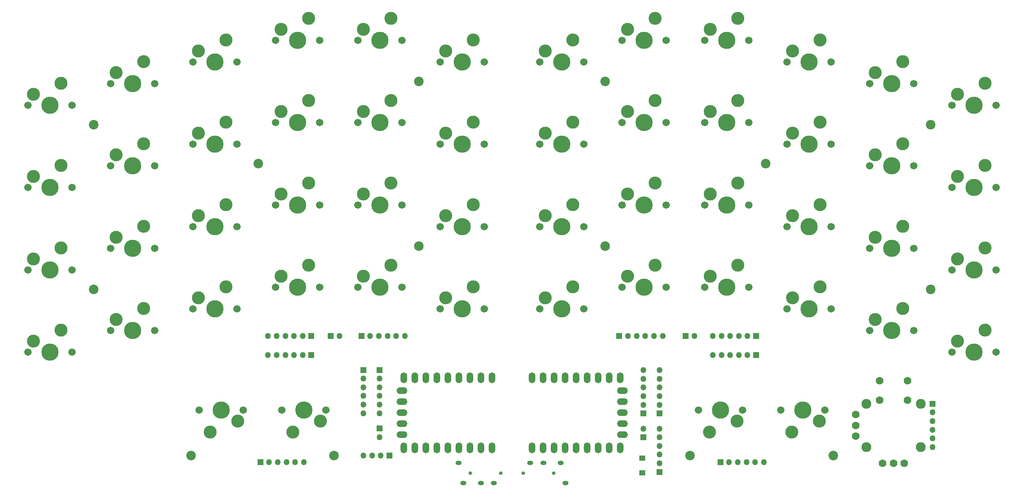
<source format=gbr>
%TF.GenerationSoftware,KiCad,Pcbnew,7.0.8*%
%TF.CreationDate,2024-04-16T05:21:19+09:00*%
%TF.ProjectId,pcb,7063622e-6b69-4636-9164-5f7063625858,rev?*%
%TF.SameCoordinates,Original*%
%TF.FileFunction,Soldermask,Top*%
%TF.FilePolarity,Negative*%
%FSLAX46Y46*%
G04 Gerber Fmt 4.6, Leading zero omitted, Abs format (unit mm)*
G04 Created by KiCad (PCBNEW 7.0.8) date 2024-04-16 05:21:19*
%MOMM*%
%LPD*%
G01*
G04 APERTURE LIST*
%ADD10C,1.701800*%
%ADD11C,3.000000*%
%ADD12C,3.987800*%
%ADD13C,2.200000*%
%ADD14R,1.350000X1.350000*%
%ADD15O,1.350000X1.350000*%
%ADD16R,1.400000X1.200000*%
%ADD17C,0.800000*%
%ADD18O,1.400000X1.000000*%
%ADD19C,1.778000*%
%ADD20C,2.286000*%
%ADD21O,1.500000X2.500000*%
%ADD22O,2.500000X1.500000*%
G04 APERTURE END LIST*
D10*
%TO.C,SW31_R1*%
X105470000Y-82109851D03*
D11*
X106740000Y-79569851D03*
D12*
X110550000Y-82109851D03*
D11*
X113090000Y-77029851D03*
D10*
X115630000Y-82109851D03*
%TD*%
D13*
%TO.C,H11*%
X157550000Y-67609851D03*
%TD*%
D10*
%TO.C,SW42_L1*%
X204370000Y-96109851D03*
D11*
X205640000Y-93569851D03*
D12*
X209450000Y-96109851D03*
D11*
X211990000Y-91029851D03*
D10*
X214530000Y-96109851D03*
%TD*%
%TO.C,SW52_L1*%
X185370000Y-101109851D03*
D11*
X186640000Y-98569851D03*
D12*
X190450000Y-101109851D03*
D11*
X192990000Y-96029851D03*
D10*
X195530000Y-101109851D03*
%TD*%
%TO.C,SW12_R1*%
X143470000Y-96109851D03*
D11*
X144740000Y-93569851D03*
D12*
X148550000Y-96109851D03*
D11*
X151090000Y-91029851D03*
D10*
X153630000Y-96109851D03*
%TD*%
%TO.C,SW11_R1*%
X143470000Y-77109851D03*
D11*
X144740000Y-74569851D03*
D12*
X148550000Y-77109851D03*
D11*
X151090000Y-72029851D03*
D10*
X153630000Y-77109851D03*
%TD*%
D13*
%TO.C,H6*%
X220000000Y-154000000D03*
%TD*%
D10*
%TO.C,SW50_R1*%
X67470000Y-73109851D03*
D11*
X68740000Y-70569851D03*
D12*
X72550000Y-73109851D03*
D11*
X75090000Y-68029851D03*
D10*
X77630000Y-73109851D03*
%TD*%
%TO.C,SW10_R1*%
X143470000Y-58109851D03*
D11*
X144740000Y-55569851D03*
D12*
X148550000Y-58109851D03*
D11*
X151090000Y-53029851D03*
D10*
X153630000Y-58109851D03*
%TD*%
%TO.C,SW14_R1*%
X136080000Y-143500000D03*
D11*
X134810000Y-146040000D03*
D12*
X131000000Y-143500000D03*
D11*
X128460000Y-148580000D03*
D10*
X125920000Y-143500000D03*
%TD*%
%TO.C,SW40_R1*%
X86470000Y-68109851D03*
D11*
X87740000Y-65569851D03*
D12*
X91550000Y-68109851D03*
D11*
X94090000Y-63029851D03*
D10*
X96630000Y-68109851D03*
%TD*%
%TO.C,SW32_R1*%
X105470000Y-101109851D03*
D11*
X106740000Y-98569851D03*
D12*
X110550000Y-101109851D03*
D11*
X113090000Y-96029851D03*
D10*
X115630000Y-101109851D03*
%TD*%
D13*
%TO.C,H10*%
X120550000Y-86609851D03*
%TD*%
D10*
%TO.C,SW12_L1*%
X261370000Y-106109851D03*
D11*
X262640000Y-103569851D03*
D12*
X266450000Y-106109851D03*
D11*
X268990000Y-101029851D03*
D10*
X271530000Y-106109851D03*
%TD*%
%TO.C,SW53_R1*%
X67470000Y-130109851D03*
D11*
X68740000Y-127569851D03*
D12*
X72550000Y-130109851D03*
D11*
X75090000Y-125029851D03*
D10*
X77630000Y-130109851D03*
%TD*%
%TO.C,SW42_R1*%
X86470000Y-106109851D03*
D11*
X87740000Y-103569851D03*
D12*
X91550000Y-106109851D03*
D11*
X94090000Y-101029851D03*
D10*
X96630000Y-106109851D03*
%TD*%
%TO.C,SW33_R1*%
X105470000Y-120109851D03*
D11*
X106740000Y-117569851D03*
D12*
X110550000Y-120109851D03*
D11*
X113090000Y-115029851D03*
D10*
X115630000Y-120109851D03*
%TD*%
D13*
%TO.C,H1*%
X200450000Y-67609851D03*
%TD*%
D14*
%TO.C,Col_L1*%
X209250000Y-144250000D03*
D15*
X209250000Y-142250000D03*
X209250000Y-140250000D03*
X209250000Y-138250000D03*
X209250000Y-136250000D03*
X209250000Y-134250000D03*
%TD*%
D16*
%TO.C,D_Sel1*%
X209000000Y-154550000D03*
X209000000Y-157950000D03*
%TD*%
D10*
%TO.C,SW10_L1*%
X261370000Y-68109851D03*
D11*
X262640000Y-65569851D03*
D12*
X266450000Y-68109851D03*
D11*
X268990000Y-63029851D03*
D10*
X271530000Y-68109851D03*
%TD*%
%TO.C,SW22_R1*%
X124470000Y-96109851D03*
D11*
X125740000Y-93569851D03*
D12*
X129550000Y-96109851D03*
D11*
X132090000Y-91029851D03*
D10*
X134630000Y-96109851D03*
%TD*%
D17*
%TO.C,TRRS1*%
X176400000Y-158000000D03*
X169400000Y-158000000D03*
D18*
X167800000Y-160300000D03*
X171800000Y-160300000D03*
X174800000Y-160300000D03*
X166700000Y-155700000D03*
%TD*%
D14*
%TO.C,MatrixC_R1*%
X132750000Y-130800000D03*
D15*
X130750000Y-130800000D03*
X128750000Y-130800000D03*
X126750000Y-130800000D03*
X124750000Y-130800000D03*
X122750000Y-130800000D03*
%TD*%
D14*
%TO.C,Joystick1*%
X213000000Y-157750000D03*
D15*
X213000000Y-155750000D03*
X213000000Y-153750000D03*
X213000000Y-151750000D03*
X213000000Y-149750000D03*
X213000000Y-147750000D03*
%TD*%
D10*
%TO.C,SW53_L1*%
X185370000Y-120109851D03*
D11*
X186640000Y-117569851D03*
D12*
X190450000Y-120109851D03*
D11*
X192990000Y-115029851D03*
D10*
X195530000Y-120109851D03*
%TD*%
D17*
%TO.C,TRRS2*%
X181600000Y-158000000D03*
X188600000Y-158000000D03*
D18*
X190200000Y-155700000D03*
X186200000Y-155700000D03*
X183200000Y-155700000D03*
X191300000Y-160300000D03*
%TD*%
D14*
%TO.C,Main_to_Sub1*%
X144300000Y-126359851D03*
D15*
X146300000Y-126359851D03*
X148300000Y-126359851D03*
X150300000Y-126359851D03*
X152300000Y-126359851D03*
X154300000Y-126359851D03*
%TD*%
D14*
%TO.C,Main_to_Sub_L1*%
X203700000Y-126359851D03*
D15*
X205700000Y-126359851D03*
X207700000Y-126359851D03*
X209700000Y-126359851D03*
X211700000Y-126359851D03*
X213700000Y-126359851D03*
%TD*%
D10*
%TO.C,SW21_R1*%
X124470000Y-77109851D03*
D11*
X125740000Y-74569851D03*
D12*
X129550000Y-77109851D03*
D11*
X132090000Y-72029851D03*
D10*
X134630000Y-77109851D03*
%TD*%
D19*
%TO.C,Joystick3*%
X263653246Y-136701873D03*
X270153246Y-136701873D03*
X263653246Y-141201873D03*
X270153246Y-141201873D03*
X264403246Y-155701873D03*
X266903246Y-155701873D03*
X269403246Y-155701873D03*
D20*
X260603246Y-142001873D03*
X260603246Y-152001873D03*
X273203246Y-152001873D03*
X273203246Y-142001873D03*
D19*
X258203246Y-144501873D03*
X258203246Y-147049212D03*
X258203246Y-149501873D03*
%TD*%
D10*
%TO.C,SW41_R1*%
X86470000Y-87109851D03*
D11*
X87740000Y-84569851D03*
D12*
X91550000Y-87109851D03*
D11*
X94090000Y-82029851D03*
D10*
X96630000Y-87109851D03*
%TD*%
D14*
%TO.C,MatrixR_R1*%
X235250000Y-126400000D03*
D15*
X233250000Y-126400000D03*
X231250000Y-126400000D03*
X229250000Y-126400000D03*
X227250000Y-126400000D03*
X225250000Y-126400000D03*
%TD*%
D10*
%TO.C,SW23_L1*%
X242370000Y-120109851D03*
D11*
X243640000Y-117569851D03*
D12*
X247450000Y-120109851D03*
D11*
X249990000Y-115029851D03*
D10*
X252530000Y-120109851D03*
%TD*%
D14*
%TO.C,Row_R1*%
X144750000Y-134200000D03*
D15*
X144750000Y-136200000D03*
X144750000Y-138200000D03*
X144750000Y-140200000D03*
X144750000Y-142200000D03*
X144750000Y-144200000D03*
%TD*%
D14*
%TO.C,Power_Mtrx_L1*%
X219000000Y-126359851D03*
D15*
X221000000Y-126359851D03*
%TD*%
D13*
%TO.C,H8*%
X82550000Y-77609851D03*
%TD*%
%TO.C,H9*%
X82550000Y-115609851D03*
%TD*%
D10*
%TO.C,SW43_R1*%
X86470000Y-125109851D03*
D11*
X87740000Y-122569851D03*
D12*
X91550000Y-125109851D03*
D11*
X94090000Y-120029851D03*
D10*
X96630000Y-125109851D03*
%TD*%
D14*
%TO.C,MatrixC_L1*%
X235250000Y-130800000D03*
D15*
X233250000Y-130800000D03*
X231250000Y-130800000D03*
X229250000Y-130800000D03*
X227250000Y-130800000D03*
X225250000Y-130800000D03*
%TD*%
D13*
%TO.C,H14*%
X138000000Y-154000000D03*
%TD*%
D10*
%TO.C,SW03_L1*%
X280370000Y-130109851D03*
D11*
X281640000Y-127569851D03*
D12*
X285450000Y-130109851D03*
D11*
X287990000Y-125029851D03*
D10*
X290530000Y-130109851D03*
%TD*%
%TO.C,SW54_L1*%
X251080000Y-143500000D03*
D11*
X249810000Y-146040000D03*
D12*
X246000000Y-143500000D03*
D11*
X243460000Y-148580000D03*
D10*
X240920000Y-143500000D03*
%TD*%
D13*
%TO.C,H4*%
X275450000Y-77609851D03*
%TD*%
D10*
%TO.C,SW00_L1*%
X280370000Y-73109851D03*
D11*
X281640000Y-70569851D03*
D12*
X285450000Y-73109851D03*
D11*
X287990000Y-68029851D03*
D10*
X290530000Y-73109851D03*
%TD*%
D13*
%TO.C,H7*%
X253000000Y-154000000D03*
%TD*%
D10*
%TO.C,SW03_R1*%
X162470000Y-120109851D03*
D11*
X163740000Y-117569851D03*
D12*
X167550000Y-120109851D03*
D11*
X170090000Y-115029851D03*
D10*
X172630000Y-120109851D03*
%TD*%
%TO.C,SW32_L1*%
X223370000Y-96109851D03*
D11*
X224640000Y-93569851D03*
D12*
X228450000Y-96109851D03*
D11*
X230990000Y-91029851D03*
D10*
X233530000Y-96109851D03*
%TD*%
%TO.C,SW22_L1*%
X242370000Y-101109851D03*
D11*
X243640000Y-98569851D03*
D12*
X247450000Y-101109851D03*
D11*
X249990000Y-96029851D03*
D10*
X252530000Y-101109851D03*
%TD*%
%TO.C,SW00_R1*%
X162470000Y-63109851D03*
D11*
X163740000Y-60569851D03*
D12*
X167550000Y-63109851D03*
D11*
X170090000Y-58029851D03*
D10*
X172630000Y-63109851D03*
%TD*%
%TO.C,SW02_R1*%
X162470000Y-101109851D03*
D11*
X163740000Y-98569851D03*
D12*
X167550000Y-101109851D03*
D11*
X170090000Y-96029851D03*
D10*
X172630000Y-101109851D03*
%TD*%
D14*
%TO.C,Power_Ctrlr_L1*%
X209250000Y-149750000D03*
D15*
X209250000Y-147750000D03*
%TD*%
D14*
%TO.C,Sub_to_Main_L1*%
X227000000Y-155500000D03*
D15*
X229000000Y-155500000D03*
X231000000Y-155500000D03*
X233000000Y-155500000D03*
X235000000Y-155500000D03*
X237000000Y-155500000D03*
%TD*%
D13*
%TO.C,H3*%
X237450000Y-86609851D03*
%TD*%
D10*
%TO.C,SW30_R1*%
X105470000Y-63109851D03*
D11*
X106740000Y-60569851D03*
D12*
X110550000Y-63109851D03*
D11*
X113090000Y-58029851D03*
D10*
X115630000Y-63109851D03*
%TD*%
%TO.C,SW51_R1*%
X67470000Y-92109851D03*
D11*
X68740000Y-89569851D03*
D12*
X72550000Y-92109851D03*
D11*
X75090000Y-87029851D03*
D10*
X77630000Y-92109851D03*
%TD*%
D21*
%TO.C,MCU2*%
X183590000Y-135976000D03*
X186130000Y-135976000D03*
X188670000Y-135976000D03*
X191210000Y-135976000D03*
X193750000Y-135976000D03*
X196290000Y-135976000D03*
X198830000Y-135976000D03*
X201370000Y-135976000D03*
X203910000Y-135976000D03*
D22*
X204410000Y-139016000D03*
X204410000Y-141556000D03*
X204410000Y-144096000D03*
X204410000Y-146636000D03*
X204410000Y-149176000D03*
D21*
X203910000Y-152216000D03*
X201370000Y-152216000D03*
X198830000Y-152216000D03*
X196290000Y-152216000D03*
X193750000Y-152216000D03*
X191210000Y-152216000D03*
X188670000Y-152216000D03*
X186130000Y-152216000D03*
X183590000Y-152216000D03*
%TD*%
%TO.C,MCU1*%
X174410000Y-152216000D03*
X171870000Y-152216000D03*
X169330000Y-152216000D03*
X166790000Y-152216000D03*
X164250000Y-152216000D03*
X161710000Y-152216000D03*
X159170000Y-152216000D03*
X156630000Y-152216000D03*
X154090000Y-152216000D03*
D22*
X153590000Y-149176000D03*
X153590000Y-146636000D03*
X153590000Y-144096000D03*
X153590000Y-141556000D03*
X153590000Y-139016000D03*
D21*
X154090000Y-135976000D03*
X156630000Y-135976000D03*
X159170000Y-135976000D03*
X161710000Y-135976000D03*
X164250000Y-135976000D03*
X166790000Y-135976000D03*
X169330000Y-135976000D03*
X171870000Y-135976000D03*
X174410000Y-135976000D03*
%TD*%
D14*
%TO.C,MatrixR_R2*%
X132750000Y-126400000D03*
D15*
X130750000Y-126400000D03*
X128750000Y-126400000D03*
X126750000Y-126400000D03*
X124750000Y-126400000D03*
X122750000Y-126400000D03*
%TD*%
D13*
%TO.C,H13*%
X105000000Y-154000000D03*
%TD*%
D14*
%TO.C,Power_Ctrlr_R1*%
X148500000Y-147700000D03*
D15*
X148500000Y-149700000D03*
%TD*%
D10*
%TO.C,SW30_L1*%
X223370000Y-58109851D03*
D11*
X224640000Y-55569851D03*
D12*
X228450000Y-58109851D03*
D11*
X230990000Y-53029851D03*
D10*
X233530000Y-58109851D03*
%TD*%
D14*
%TO.C,Joystick2*%
X275903246Y-142001873D03*
D15*
X275903246Y-144001873D03*
X275903246Y-146001873D03*
X275903246Y-148001873D03*
X275903246Y-150001873D03*
X275903246Y-152001873D03*
%TD*%
D10*
%TO.C,SW21_L1*%
X242370000Y-82109851D03*
D11*
X243640000Y-79569851D03*
D12*
X247450000Y-82109851D03*
D11*
X249990000Y-77029851D03*
D10*
X252530000Y-82109851D03*
%TD*%
D14*
%TO.C,Sub_to_Main1*%
X121000000Y-155500000D03*
D15*
X123000000Y-155500000D03*
X125000000Y-155500000D03*
X127000000Y-155500000D03*
X129000000Y-155500000D03*
X131000000Y-155500000D03*
%TD*%
D14*
%TO.C,Power_Mtrx_R1*%
X137200000Y-126400000D03*
D15*
X139200000Y-126400000D03*
%TD*%
D10*
%TO.C,SW51_L1*%
X185370000Y-82109851D03*
D11*
X186640000Y-79569851D03*
D12*
X190450000Y-82109851D03*
D11*
X192990000Y-77029851D03*
D10*
X195530000Y-82109851D03*
%TD*%
%TO.C,SW31_L1*%
X223370000Y-77109851D03*
D11*
X224640000Y-74569851D03*
D12*
X228450000Y-77109851D03*
D11*
X230990000Y-72029851D03*
D10*
X233530000Y-77109851D03*
%TD*%
D13*
%TO.C,H12*%
X157550000Y-105609852D03*
%TD*%
D10*
%TO.C,SW52_R1*%
X67470000Y-111109851D03*
D11*
X68740000Y-108569851D03*
D12*
X72550000Y-111109851D03*
D11*
X75090000Y-106029851D03*
D10*
X77630000Y-111109851D03*
%TD*%
%TO.C,SW40_L1*%
X204370000Y-58109851D03*
D11*
X205640000Y-55569851D03*
D12*
X209450000Y-58109851D03*
D11*
X211990000Y-53029851D03*
D10*
X214530000Y-58109851D03*
%TD*%
%TO.C,SW23_R1*%
X124470000Y-115109851D03*
D11*
X125740000Y-112569851D03*
D12*
X129550000Y-115109851D03*
D11*
X132090000Y-110029851D03*
D10*
X134630000Y-115109851D03*
%TD*%
%TO.C,SW13_L1*%
X261370000Y-125109851D03*
D11*
X262640000Y-122569851D03*
D12*
X266450000Y-125109851D03*
D11*
X268990000Y-120029851D03*
D10*
X271530000Y-125109851D03*
%TD*%
%TO.C,SW33_L1*%
X223370000Y-115109851D03*
D11*
X224640000Y-112569851D03*
D12*
X228450000Y-115109851D03*
D11*
X230990000Y-110029851D03*
D10*
X233530000Y-115109851D03*
%TD*%
%TO.C,SW01_L1*%
X280370000Y-92109851D03*
D11*
X281640000Y-89569851D03*
D12*
X285450000Y-92109851D03*
D11*
X287990000Y-87029851D03*
D10*
X290530000Y-92109851D03*
%TD*%
D14*
%TO.C,Row_L1*%
X213000000Y-144250000D03*
D15*
X213000000Y-142250000D03*
X213000000Y-140250000D03*
X213000000Y-138250000D03*
X213000000Y-136250000D03*
X213000000Y-134250000D03*
%TD*%
D10*
%TO.C,SW43_L1*%
X204370000Y-115109851D03*
D11*
X205640000Y-112569851D03*
D12*
X209450000Y-115109851D03*
D11*
X211990000Y-110029851D03*
D10*
X214530000Y-115109851D03*
%TD*%
%TO.C,SW01_R1*%
X162470000Y-82109851D03*
D11*
X163740000Y-79569851D03*
D12*
X167550000Y-82109851D03*
D11*
X170090000Y-77029851D03*
D10*
X172630000Y-82109851D03*
%TD*%
%TO.C,SW02_L1*%
X280370000Y-111109851D03*
D11*
X281640000Y-108569851D03*
D12*
X285450000Y-111109851D03*
D11*
X287990000Y-106029851D03*
D10*
X290530000Y-111109851D03*
%TD*%
%TO.C,SW20_R1*%
X124470000Y-58109851D03*
D11*
X125740000Y-55569851D03*
D12*
X129550000Y-58109851D03*
D11*
X132090000Y-53029851D03*
D10*
X134630000Y-58109851D03*
%TD*%
D13*
%TO.C,H2*%
X200450000Y-105609852D03*
%TD*%
D14*
%TO.C,CoL_R1*%
X148500000Y-134200000D03*
D15*
X148500000Y-136200000D03*
X148500000Y-138200000D03*
X148500000Y-140200000D03*
X148500000Y-142200000D03*
X148500000Y-144200000D03*
%TD*%
D14*
%TO.C,I2C_pinout1*%
X150750000Y-154000000D03*
D15*
X148750000Y-154000000D03*
X146750000Y-154000000D03*
X144750000Y-154000000D03*
%TD*%
D10*
%TO.C,SW44_L1*%
X232080000Y-143500000D03*
D11*
X230810000Y-146040000D03*
D12*
X227000000Y-143500000D03*
D11*
X224460000Y-148580000D03*
D10*
X221920000Y-143500000D03*
%TD*%
%TO.C,SW20_L1*%
X242370000Y-63109851D03*
D11*
X243640000Y-60569851D03*
D12*
X247450000Y-63109851D03*
D11*
X249990000Y-58029851D03*
D10*
X252530000Y-63109851D03*
%TD*%
%TO.C,SW11_L1*%
X261370000Y-87109851D03*
D11*
X262640000Y-84569851D03*
D12*
X266450000Y-87109851D03*
D11*
X268990000Y-82029851D03*
D10*
X271530000Y-87109851D03*
%TD*%
D13*
%TO.C,H5*%
X275450000Y-115609851D03*
%TD*%
D10*
%TO.C,SW50_L1*%
X185370000Y-63109851D03*
D11*
X186640000Y-60569851D03*
D12*
X190450000Y-63109851D03*
D11*
X192990000Y-58029851D03*
D10*
X195530000Y-63109851D03*
%TD*%
%TO.C,SW04_R1*%
X117080000Y-143500000D03*
D11*
X115810000Y-146040000D03*
D12*
X112000000Y-143500000D03*
D11*
X109460000Y-148580000D03*
D10*
X106920000Y-143500000D03*
%TD*%
%TO.C,SW13_R1*%
X143470000Y-115109851D03*
D11*
X144740000Y-112569851D03*
D12*
X148550000Y-115109851D03*
D11*
X151090000Y-110029851D03*
D10*
X153630000Y-115109851D03*
%TD*%
%TO.C,SW41_L1*%
X204370000Y-77109851D03*
D11*
X205640000Y-74569851D03*
D12*
X209450000Y-77109851D03*
D11*
X211990000Y-72029851D03*
D10*
X214530000Y-77109851D03*
%TD*%
M02*

</source>
